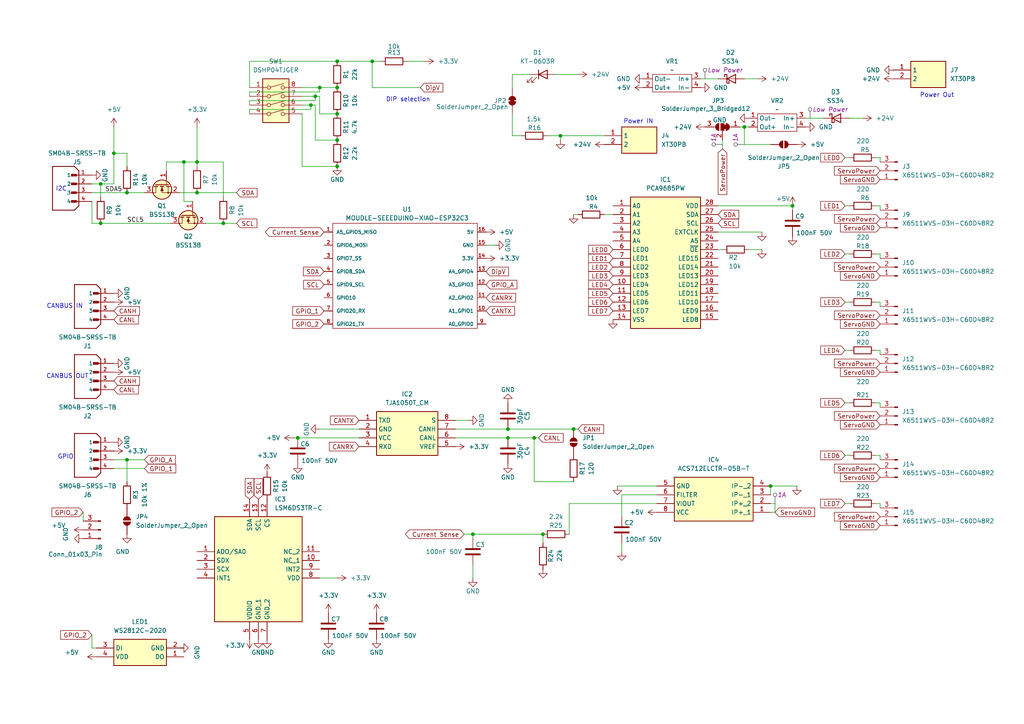
<source format=kicad_sch>
(kicad_sch (version 20231120) (generator "eeschema") (generator_version "8.0")
  (paper "A4")
  (junction (at 154.94 127))
  (junction (at 29.21 64.77))
  (junction (at 57.15 55.88))
  (junction (at 64.77 64.77))
  (junction (at 53.34 46.99))
  (junction (at 97.79 25.4))
  (junction (at 97.79 33.02))
  (junction (at 90.17 30.48))
  (junction (at 223.52 140.97))
  (junction (at 147.32 127))
  (junction (at 97.79 17.78))
  (junction (at 137.16 154.94))
  (junction (at 33.02 44.45))
  (junction (at 86.36 127))
  (junction (at 166.37 124.46))
  (junction (at 97.79 48.26))
  (junction (at 29.21 53.34))
  (junction (at 215.9 36.83))
  (junction (at 36.83 133.35))
  (junction (at 147.32 124.46))
  (junction (at 92.71 25.4))
  (junction (at 91.44 27.94))
  (junction (at 229.87 59.69))
  (junction (at 36.83 55.88))
  (junction (at 57.15 46.99))
  (junction (at 162.56 39.37))
  (junction (at 107.95 17.78))
  (junction (at 97.79 40.64))
  (junction (at 157.48 154.94))
  (wire (pts (xy 255.27 101.6) (xy 255.27 102.87)))
  (wire (pts (xy 97.79 167.64) (xy 92.71 167.64)))
  (wire (pts (xy 224.79 148.59) (xy 224.79 146.05)))
  (wire (pts (xy 137.16 167.64) (xy 137.16 163.83)))
  (wire (pts (xy 255.27 146.05) (xy 255.27 147.32)))
  (wire (pts (xy 255.27 45.72) (xy 255.27 46.99)))
  (wire (pts (xy 231.14 140.97) (xy 223.52 140.97)))
  (wire (pts (xy 255.27 116.84) (xy 255.27 118.11)))
  (wire (pts (xy 33.02 53.34) (xy 29.21 53.34)))
  (wire (pts (xy 91.44 27.94) (xy 92.71 27.94)))
  (wire (pts (xy 214.63 36.83) (xy 215.9 36.83)))
  (wire (pts (xy 224.79 146.05) (xy 223.52 146.05)))
  (wire (pts (xy 36.83 44.45) (xy 33.02 44.45)))
  (wire (pts (xy 72.39 17.78) (xy 97.79 17.78)))
  (wire (pts (xy 157.48 157.48) (xy 157.48 154.94)))
  (wire (pts (xy 57.15 36.83) (xy 57.15 46.99)))
  (wire (pts (xy 246.38 146.05) (xy 245.11 146.05)))
  (wire (pts (xy 53.34 58.42) (xy 55.88 58.42)))
  (wire (pts (xy 24.13 148.59) (xy 24.13 151.13)))
  (wire (pts (xy 147.32 124.46) (xy 132.08 124.46)))
  (wire (pts (xy 162.56 39.37) (xy 175.26 39.37)))
  (wire (pts (xy 165.1 146.05) (xy 190.5 146.05)))
  (wire (pts (xy 254 45.72) (xy 255.27 45.72)))
  (wire (pts (xy 68.58 64.77) (xy 64.77 64.77)))
  (wire (pts (xy 208.28 59.69) (xy 229.87 59.69)))
  (wire (pts (xy 33.02 44.45) (xy 33.02 53.34)))
  (wire (pts (xy 41.91 133.35) (xy 36.83 133.35)))
  (wire (pts (xy 118.11 17.78) (xy 123.19 17.78)))
  (wire (pts (xy 134.62 154.94) (xy 137.16 154.94)))
  (wire (pts (xy 91.44 40.64) (xy 97.79 40.64)))
  (wire (pts (xy 229.87 60.96) (xy 229.87 59.69)))
  (wire (pts (xy 154.94 139.7) (xy 154.94 127)))
  (wire (pts (xy 224.79 148.59) (xy 223.52 148.59)))
  (wire (pts (xy 165.1 154.94) (xy 165.1 146.05)))
  (wire (pts (xy 215.9 36.83) (xy 217.17 36.83)))
  (wire (pts (xy 255.27 132.08) (xy 255.27 133.35)))
  (wire (pts (xy 72.39 30.48) (xy 72.39 29.21)))
  (wire (pts (xy 220.98 72.39) (xy 217.17 72.39)))
  (wire (pts (xy 53.34 187.96) (xy 52.07 187.96)))
  (wire (pts (xy 137.16 154.94) (xy 157.48 154.94)))
  (wire (pts (xy 92.71 27.94) (xy 92.71 33.02)))
  (wire (pts (xy 209.55 43.18) (xy 209.55 40.64)))
  (wire (pts (xy 220.98 67.31) (xy 208.28 67.31)))
  (wire (pts (xy 208.28 22.86) (xy 203.2 22.86)))
  (wire (pts (xy 246.38 59.69) (xy 245.11 59.69)))
  (wire (pts (xy 107.95 17.78) (xy 107.95 25.4)))
  (wire (pts (xy 36.83 133.35) (xy 33.02 133.35)))
  (wire (pts (xy 72.39 33.02) (xy 72.39 31.75)))
  (wire (pts (xy 59.69 64.77) (xy 64.77 64.77)))
  (wire (pts (xy 72.39 31.75) (xy 90.17 31.75)))
  (wire (pts (xy 53.34 46.99) (xy 57.15 46.99)))
  (wire (pts (xy 26.67 187.96) (xy 27.94 187.96)))
  (wire (pts (xy 29.21 53.34) (xy 29.21 57.15)))
  (wire (pts (xy 90.17 30.48) (xy 91.44 30.48)))
  (wire (pts (xy 158.75 39.37) (xy 162.56 39.37)))
  (wire (pts (xy 36.83 133.35) (xy 36.83 139.7)))
  (wire (pts (xy 151.13 39.37) (xy 148.59 39.37)))
  (wire (pts (xy 72.39 26.67) (xy 92.71 26.67)))
  (wire (pts (xy 238.76 34.29) (xy 233.68 34.29)))
  (wire (pts (xy 87.63 25.4) (xy 92.71 25.4)))
  (wire (pts (xy 255.27 87.63) (xy 255.27 88.9)))
  (wire (pts (xy 26.67 55.88) (xy 36.83 55.88)))
  (wire (pts (xy 97.79 17.78) (xy 107.95 17.78)))
  (wire (pts (xy 254 87.63) (xy 255.27 87.63)))
  (wire (pts (xy 48.26 46.99) (xy 53.34 46.99)))
  (wire (pts (xy 167.64 124.46) (xy 166.37 124.46)))
  (wire (pts (xy 57.15 55.88) (xy 52.07 55.88)))
  (wire (pts (xy 26.67 64.77) (xy 26.67 58.42)))
  (wire (pts (xy 57.15 46.99) (xy 57.15 48.26)))
  (wire (pts (xy 166.37 124.46) (xy 147.32 124.46)))
  (wire (pts (xy 87.63 48.26) (xy 97.79 48.26)))
  (wire (pts (xy 36.83 48.26) (xy 36.83 44.45)))
  (wire (pts (xy 137.16 156.21) (xy 137.16 154.94)))
  (wire (pts (xy 250.19 34.29) (xy 246.38 34.29)))
  (wire (pts (xy 68.58 55.88) (xy 57.15 55.88)))
  (wire (pts (xy 87.63 30.48) (xy 90.17 30.48)))
  (wire (pts (xy 92.71 26.67) (xy 92.71 25.4)))
  (wire (pts (xy 29.21 64.77) (xy 26.67 64.77)))
  (wire (pts (xy 92.71 33.02) (xy 97.79 33.02)))
  (wire (pts (xy 26.67 184.15) (xy 26.67 187.96)))
  (wire (pts (xy 92.71 124.46) (xy 104.14 124.46)))
  (wire (pts (xy 41.91 135.89) (xy 33.02 135.89)))
  (wire (pts (xy 92.71 25.4) (xy 97.79 25.4)))
  (wire (pts (xy 175.26 62.23) (xy 177.8 62.23)))
  (wire (pts (xy 90.17 31.75) (xy 90.17 30.48)))
  (wire (pts (xy 246.38 45.72) (xy 245.11 45.72)))
  (wire (pts (xy 156.21 127) (xy 154.94 127)))
  (wire (pts (xy 246.38 101.6) (xy 245.11 101.6)))
  (wire (pts (xy 91.44 29.21) (xy 91.44 27.94)))
  (wire (pts (xy 107.95 25.4) (xy 121.92 25.4)))
  (wire (pts (xy 87.63 33.02) (xy 87.63 48.26)))
  (wire (pts (xy 255.27 73.66) (xy 255.27 74.93)))
  (wire (pts (xy 166.37 62.23) (xy 167.64 62.23)))
  (wire (pts (xy 254 146.05) (xy 255.27 146.05)))
  (wire (pts (xy 254 73.66) (xy 255.27 73.66)))
  (wire (pts (xy 255.27 59.69) (xy 255.27 60.96)))
  (wire (pts (xy 148.59 39.37) (xy 148.59 33.02)))
  (wire (pts (xy 91.44 30.48) (xy 91.44 40.64)))
  (wire (pts (xy 49.53 64.77) (xy 29.21 64.77)))
  (wire (pts (xy 64.77 46.99) (xy 57.15 46.99)))
  (wire (pts (xy 154.94 127) (xy 147.32 127)))
  (wire (pts (xy 72.39 27.94) (xy 72.39 26.67)))
  (wire (pts (xy 147.32 127) (xy 132.08 127)))
  (wire (pts (xy 179.07 140.97) (xy 190.5 140.97)))
  (wire (pts (xy 148.59 21.59) (xy 148.59 25.4)))
  (wire (pts (xy 162.56 39.37) (xy 162.56 40.64)))
  (wire (pts (xy 85.09 127) (xy 86.36 127)))
  (wire (pts (xy 166.37 139.7) (xy 154.94 139.7)))
  (wire (pts (xy 246.38 73.66) (xy 245.11 73.66)))
  (wire (pts (xy 48.26 49.53) (xy 48.26 46.99)))
  (wire (pts (xy 87.63 27.94) (xy 91.44 27.94)))
  (wire (pts (xy 86.36 127) (xy 104.14 127)))
  (wire (pts (xy 53.34 46.99) (xy 53.34 58.42)))
  (wire (pts (xy 254 116.84) (xy 255.27 116.84)))
  (wire (pts (xy 246.38 116.84) (xy 245.11 116.84)))
  (wire (pts (xy 132.08 121.92) (xy 135.89 121.92)))
  (wire (pts (xy 36.83 55.88) (xy 41.91 55.88)))
  (wire (pts (xy 143.51 71.12) (xy 140.97 71.12)))
  (wire (pts (xy 72.39 29.21) (xy 91.44 29.21)))
  (wire (pts (xy 180.34 143.51) (xy 180.34 149.86)))
  (wire (pts (xy 72.39 25.4) (xy 72.39 17.78)))
  (wire (pts (xy 167.64 21.59) (xy 161.29 21.59)))
  (wire (pts (xy 209.55 72.39) (xy 208.28 72.39)))
  (wire (pts (xy 219.71 22.86) (xy 215.9 22.86)))
  (wire (pts (xy 190.5 143.51) (xy 180.34 143.51)))
  (wire (pts (xy 29.21 53.34) (xy 26.67 53.34)))
  (wire (pts (xy 33.02 36.83) (xy 33.02 44.45)))
  (wire (pts (xy 246.38 132.08) (xy 245.11 132.08)))
  (wire (pts (xy 223.52 140.97) (xy 223.52 143.51)))
  (wire (pts (xy 254 132.08) (xy 255.27 132.08)))
  (wire (pts (xy 254 59.69) (xy 255.27 59.69)))
  (wire (pts (xy 107.95 17.78) (xy 110.49 17.78)))
  (wire (pts (xy 148.59 21.59) (xy 153.67 21.59)))
  (wire (pts (xy 246.38 87.63) (xy 245.11 87.63)))
  (wire (pts (xy 64.77 57.15) (xy 64.77 46.99)))
  (wire (pts (xy 180.34 160.02) (xy 180.34 157.48)))
  (wire (pts (xy 223.52 41.91) (xy 215.9 41.91)))
  (wire (pts (xy 254 101.6) (xy 255.27 101.6)))
  (wire (pts (xy 215.9 41.91) (xy 215.9 36.83)))
  (text "CANBUS OUT" (at 19.558 109.22 0) (effects (font (size 1.27 1.27))))
  (text "GPIO\n" (at 19.05 132.588 0) (effects (font (size 1.27 1.27))))
  (text "Power Out" (at 271.78 27.686 0) (effects (font (size 1.27 1.27))))
  (text "CANBUS IN" (at 18.796 88.9 0) (effects (font (size 1.27 1.27))))
  (text "Power IN\n" (at 185.166 35.306 0) (effects (font (size 1.27 1.27))))
  (text "DIP selection" (at 118.364 28.956 0) (effects (font (size 1.27 1.27))))
  (text "I2C" (at 17.78 54.864 0) (effects (font (size 1.27 1.27))))
  (label "SDA5" (at 30.48 55.88 0))
  (label "SCL5" (at 36.83 64.77 0))
  (global_label "ServoPower" (shape input) (at 255.27 91.44 180) (property "Intersheetrefs" "${INTERSHEET_REFS}" (effects (hide yes))))
  (global_label "ServoGND" (shape input) (at 255.27 138.43 180) (property "Intersheetrefs" "${INTERSHEET_REFS}" (effects (hide yes))))
  (global_label "LED7" (shape input) (at 245.11 146.05 180) (property "Intersheetrefs" "${INTERSHEET_REFS}" (effects (hide yes))))
  (global_label "CANTX" (shape input) (at 104.14 121.92 180) (property "Intersheetrefs" "${INTERSHEET_REFS}" (effects (hide yes))))
  (global_label "SDA" (shape input) (at 72.39 144.78 90) (property "Intersheetrefs" "${INTERSHEET_REFS}" (effects (hide yes))))
  (global_label "GPIO_A" (shape input) (at 140.97 82.55 0) (property "Intersheetrefs" "${INTERSHEET_REFS}" (effects (hide yes))))
  (global_label "ServoPower" (shape input) (at 255.27 120.65 180) (property "Intersheetrefs" "${INTERSHEET_REFS}" (effects (hide yes))))
  (global_label "LED1" (shape input) (at 177.8 74.93 180) (property "Intersheetrefs" "${INTERSHEET_REFS}" (effects (hide yes))))
  (global_label "GPIO_A" (shape input) (at 41.91 133.35 0) (property "Intersheetrefs" "${INTERSHEET_REFS}" (effects (hide yes))))
  (global_label "LED4" (shape input) (at 245.11 101.6 180) (property "Intersheetrefs" "${INTERSHEET_REFS}" (effects (hide yes))))
  (global_label "ServoPower" (shape input) (at 255.27 63.5 180) (property "Intersheetrefs" "${INTERSHEET_REFS}" (effects (hide yes))))
  (global_label "ServoPower" (shape input) (at 255.27 135.89 180) (property "Intersheetrefs" "${INTERSHEET_REFS}" (effects (hide yes))))
  (global_label "ServoPower" (shape input) (at 255.27 77.47 180) (property "Intersheetrefs" "${INTERSHEET_REFS}" (effects (hide yes))))
  (global_label "ServoGND" (shape input) (at 255.27 93.98 180) (property "Intersheetrefs" "${INTERSHEET_REFS}" (effects (hide yes))))
  (global_label "LED6" (shape input) (at 245.11 132.08 180) (property "Intersheetrefs" "${INTERSHEET_REFS}" (effects (hide yes))))
  (global_label "CANRX" (shape input) (at 104.14 129.54 180) (property "Intersheetrefs" "${INTERSHEET_REFS}" (effects (hide yes))))
  (global_label "ServoGND" (shape input) (at 255.27 52.07 180) (property "Intersheetrefs" "${INTERSHEET_REFS}" (effects (hide yes))))
  (global_label "ServoGND" (shape input) (at 255.27 152.4 180) (property "Intersheetrefs" "${INTERSHEET_REFS}" (effects (hide yes))))
  (global_label "CANH" (shape input) (at 33.02 110.49 0) (property "Intersheetrefs" "${INTERSHEET_REFS}" (effects (hide yes))))
  (global_label "SCL" (shape input) (at 208.28 64.77 0) (property "Intersheetrefs" "${INTERSHEET_REFS}" (effects (hide yes))))
  (global_label "ServoGND" (shape input) (at 255.27 123.19 180) (property "Intersheetrefs" "${INTERSHEET_REFS}" (effects (hide yes))))
  (global_label "ServoPower" (shape input) (at 255.27 105.41 180) (property "Intersheetrefs" "${INTERSHEET_REFS}" (effects (hide yes))))
  (global_label "GPIO_1" (shape input) (at 93.98 90.17 180) (property "Intersheetrefs" "${INTERSHEET_REFS}" (effects (hide yes))))
  (global_label "GPIO_2" (shape input) (at 24.13 148.59 180) (property "Intersheetrefs" "${INTERSHEET_REFS}" (effects (hide yes))))
  (global_label "LED1" (shape input) (at 245.11 59.69 180) (property "Intersheetrefs" "${INTERSHEET_REFS}" (effects (hide yes))))
  (global_label "DipV" (shape input) (at 121.92 25.4 0) (property "Intersheetrefs" "${INTERSHEET_REFS}" (effects (hide yes))))
  (global_label "CANL" (shape input) (at 156.21 127 0) (property "Intersheetrefs" "${INTERSHEET_REFS}" (effects (hide yes))))
  (global_label "SCL" (shape input) (at 68.58 64.77 0) (property "Intersheetrefs" "${INTERSHEET_REFS}" (effects (hide yes))))
  (global_label "ServoGND" (shape input) (at 255.27 107.95 180) (property "Intersheetrefs" "${INTERSHEET_REFS}" (effects (hide yes))))
  (global_label "ServoPower" (shape input) (at 255.27 49.53 180) (property "Intersheetrefs" "${INTERSHEET_REFS}" (effects (hide yes))))
  (global_label "LED0" (shape input) (at 245.11 45.72 180) (property "Intersheetrefs" "${INTERSHEET_REFS}" (effects (hide yes))))
  (global_label "CANRX" (shape input) (at 140.97 86.36 0) (property "Intersheetrefs" "${INTERSHEET_REFS}" (effects (hide yes))))
  (global_label "SDA" (shape input) (at 208.28 62.23 0) (property "Intersheetrefs" "${INTERSHEET_REFS}" (effects (hide yes))))
  (global_label "ServoPower" (shape input) (at 255.27 149.86 180) (property "Intersheetrefs" "${INTERSHEET_REFS}" (effects (hide yes))))
  (global_label "LED0" (shape input) (at 177.8 72.39 180) (property "Intersheetrefs" "${INTERSHEET_REFS}" (effects (hide yes))))
  (global_label "Current Sense" (shape bidirectional) (at 93.98 67.31 180) (property "Intersheetrefs" "${INTERSHEET_REFS}" (effects (hide yes))))
  (global_label "CANH" (shape input) (at 33.02 90.17 0) (property "Intersheetrefs" "${INTERSHEET_REFS}" (effects (hide yes))))
  (global_label "Current Sense" (shape bidirectional) (at 134.62 154.94 180) (property "Intersheetrefs" "${INTERSHEET_REFS}" (effects (hide yes))))
  (global_label "CANL" (shape input) (at 33.02 113.03 0) (property "Intersheetrefs" "${INTERSHEET_REFS}" (effects (hide yes))))
  (global_label "LED5" (shape input) (at 245.11 116.84 180) (property "Intersheetrefs" "${INTERSHEET_REFS}" (effects (hide yes))))
  (global_label "CANH" (shape input) (at 167.64 124.46 0) (property "Intersheetrefs" "${INTERSHEET_REFS}" (effects (hide yes))))
  (global_label "LED4" (shape input) (at 177.8 82.55 180) (property "Intersheetrefs" "${INTERSHEET_REFS}" (effects (hide yes))))
  (global_label "ServoPower" (shape input) (at 209.55 43.18 270) (property "Intersheetrefs" "${INTERSHEET_REFS}" (effects (hide yes))))
  (global_label "ServoGND" (shape input) (at 255.27 80.01 180) (property "Intersheetrefs" "${INTERSHEET_REFS}" (effects (hide yes))))
  (global_label "GPIO_2" (shape input) (at 93.98 93.98 180) (property "Intersheetrefs" "${INTERSHEET_REFS}" (effects (hide yes))))
  (global_label "LED6" (shape input) (at 177.8 87.63 180) (property "Intersheetrefs" "${INTERSHEET_REFS}" (effects (hide yes))))
  (global_label "GPIO_1" (shape input) (at 41.91 135.89 0) (property "Intersheetrefs" "${INTERSHEET_REFS}" (effects (hide yes))))
  (global_label "LED3" (shape input) (at 177.8 80.01 180) (property "Intersheetrefs" "${INTERSHEET_REFS}" (effects (hide yes))))
  (global_label "CANL" (shape input) (at 33.02 92.71 0) (property "Intersheetrefs" "${INTERSHEET_REFS}" (effects (hide yes))))
  (global_label "SDA" (shape input) (at 93.98 78.74 180) (property "Intersheetrefs" "${INTERSHEET_REFS}" (effects (hide yes))))
  (global_label "LED7" (shape input) (at 177.8 90.17 180) (property "Intersheetrefs" "${INTERSHEET_REFS}" (effects (hide yes))))
  (global_label "DipV" (shape input) (at 140.97 78.74 0) (property "Intersheetrefs" "${INTERSHEET_REFS}" (effects (hide yes))))
  (global_label "LED2" (shape input) (at 245.11 73.66 180) (property "Intersheetrefs" "${INTERSHEET_REFS}" (effects (hide yes))))
  (global_label "LED2" (shape input) (at 177.8 77.47 180) (property "Intersheetrefs" "${INTERSHEET_REFS}" (effects (hide yes))))
  (global_label "SCL" (shape input) (at 74.93 144.78 90) (property "Intersheetrefs" "${INTERSHEET_REFS}" (effects (hide yes))))
  (global_label "SCL" (shape input) (at 93.98 82.55 180) (property "Intersheetrefs" "${INTERSHEET_REFS}" (effects (hide yes))))
  (global_label "SDA" (shape input) (at 68.58 55.88 0) (property "Intersheetrefs" "${INTERSHEET_REFS}" (effects (hide yes))))
  (global_label "ServoGND" (shape input) (at 224.79 148.59 0) (property "Intersheetrefs" "${INTERSHEET_REFS}" (effects (hide yes))))
  (global_label "LED5" (shape input) (at 177.8 85.09 180) (property "Intersheetrefs" "${INTERSHEET_REFS}" (effects (hide yes))))
  (global_label "LED3" (shape input) (at 245.11 87.63 180) (property "Intersheetrefs" "${INTERSHEET_REFS}" (effects (hide yes))))
  (global_label "ServoGND" (shape input) (at 255.27 66.04 180) (property "Intersheetrefs" "${INTERSHEET_REFS}" (effects (hide yes))))
  (global_label "GPIO_2" (shape input) (at 26.67 184.15 180) (property "Intersheetrefs" "${INTERSHEET_REFS}" (effects (hide yes))))
  (global_label "CANTX" (shape input) (at 140.97 90.17 0) (property "Intersheetrefs" "${INTERSHEET_REFS}" (effects (hide yes))))
  (netclass_flag "" (length 2.54) (shape round) (at 204.47 22.86 0) (property "Netclass" "Low Power" (at 205.1685 20.32 0) (effects (font (italic yes)) (justify left))))
  (netclass_flag "" (length 2.54) (shape round) (at 234.95 34.29 0) (property "Netclass" "Low Power" (at 235.6485 31.75 0) (effects (font (italic yes)) (justify left))))
  (netclass_flag "" (length 2.54) (shape round) (at 215.9 41.91 90) (property "Netclass" "1A" (at 213.36 41.2115 90) (effects (font (italic yes)) (justify left))))
  (netclass_flag "" (length 2.54) (shape round) (at 209.55 41.91 90) (property "Netclass" "1A" (at 207.01 41.2115 90) (effects (font (italic yes)) (justify left))))
  (netclass_flag "" (length 2.54) (shape round) (at 224.79 146.05 0) (property "Netclass" "1A" (at 225.4885 143.51 0) (effects (font (italic yes)) (justify left))))
  (symbol (lib_id "Device:R") (at 157.48 161.29 0) (mirror y) (unit 1)
    (property "Reference" "R24" (at 159.766 159.258 90) (effects (justify right)))
    (property "Value" "22k" (at 162.306 159.258 90) (effects (justify right)))
    (property "Footprint" "Resistor_SMD:R_0402_1005Metric" (effects (hide yes)))
  )
  (symbol (lib_id "Connector:Conn_01x03_Pin") (at 29.21 153.67 180) (unit 1)
    (property "Reference" "J8" (at 28.575 158.75 0))
    (property "Value" "Conn_01x03_Pin" (at 21.844 160.782 0))
    (property "Footprint" "Connector_PinHeader_2.54mm:PinHeader_1x03_P2.54mm_Vertical" (effects (hide yes)))
    (property "Description" "Generic connector, single row, 01x03, script generated" (effects (hide yes)))
  )
  (symbol (lib_id "power:GND") (at 220.98 72.39 0) (unit 1)
    (property "Reference" "#PWR012" (effects (hide yes)))
    (property "Value" "GND" (effects (hide yes)))
  )
  (symbol (lib_id "power:GND") (at 77.47 185.42 0) (unit 1)
    (property "Reference" "#PWR036" (effects (hide yes)))
    (property "Value" "GND" (at 77.47 189.23 0))
  )
  (symbol (lib_id "power:GND") (at 162.56 40.64 0) (unit 1)
    (property "Reference" "#PWR011" (effects (hide yes)))
    (property "Value" "GND" (effects (hide yes)))
  )
  (symbol (lib_id "power:+5V") (at 85.09 127 90) (unit 1)
    (property "Reference" "#PWR015" (effects (hide yes)))
    (property "Value" "+5V" (at 81.28 126.9999 90) (effects (justify left)))
    (property "Description" "Power symbol creates a global label with name \"+5V\"" (effects (hide yes)))
  )
  (symbol (lib_id "Device:R") (at 250.19 146.05 270) (unit 1)
    (property "Reference" "R23" (at 252.222 143.764 90) (effects (justify right)))
    (property "Value" "220" (at 252.222 141.224 90) (effects (justify right)))
    (property "Footprint" "Resistor_SMD:R_0402_1005Metric" (effects (hide yes)))
  )
  (symbol (lib_id "power:GND") (at 95.25 185.42 0) (unit 1)
    (property "Reference" "#PWR041" (effects (hide yes)))
    (property "Value" "GND" (at 95.25 189.23 0))
  )
  (symbol (lib_id "Device:C") (at 180.34 153.67 0) (unit 1)
    (property "Reference" "C2" (at 181.102 151.638 0) (effects (justify left)))
    (property "Value" "100nF 50V" (at 181.356 156.464 0) (effects (justify left)))
    (property "Footprint" "Capacitor_SMD:C_0402_1005Metric" (effects (hide yes)))
    (property "Description" "Unpolarized capacitor" (effects (hide yes)))
  )
  (symbol (lib_id "SamacSys_Parts:XT30PB") (at 259.08 20.32 0) (unit 1) (in_bom no)
    (property "Reference" "J7" (at 275.59 20.3199 0) (effects (justify left)))
    (property "Value" "XT30PB" (at 275.59 22.8599 0) (effects (justify left)))
    (property "Footprint" "JST_Sorted:XT30PB" (effects (hide yes)))
    (property "Datasheet" "https://www.tme.eu/Document/4acc913878197f8c2e30d4b8cdc47230/XT30UPB%20SPEC.pdf" (effects (hide yes)))
    (property "Description" "Mini XT60 XT30 Connector for RC Multirotor Racing Drone Quadcopter" (effects (hide yes)))
    (property "Height" "10.7" (effects (hide yes)))
    (property "Manufacturer_Name" "Amass" (effects (hide yes)))
    (property "Manufacturer_Part_Number" "XT30PB" (effects (hide yes)))
  )
  (symbol (lib_id "Device:R") (at 29.21 60.96 180) (unit 1)
    (property "Reference" "R9" (at 31.75 60.96 90))
    (property "Value" "10k" (at 34.29 60.96 90))
    (property "Footprint" "Resistor_SMD:R_0402_1005Metric" (effects (hide yes)))
  )
  (symbol (lib_id "power:GND") (at 33.02 85.09 90) (unit 1)
    (property "Reference" "#PWR02" (effects (hide yes)))
    (property "Value" "GND" (at 36.83 85.09 0))
  )
  (symbol (lib_id "Device:R") (at 250.19 132.08 270) (unit 1)
    (property "Reference" "R22" (at 252.222 129.794 90) (effects (justify right)))
    (property "Value" "220" (at 252.222 127.254 90) (effects (justify right)))
    (property "Footprint" "Resistor_SMD:R_0402_1005Metric" (effects (hide yes)))
  )
  (symbol (lib_id "power:GND") (at 179.07 140.97 0) (unit 1)
    (property "Reference" "#PWR051" (effects (hide yes)))
    (property "Value" "GND" (effects (hide yes)))
  )
  (symbol (lib_id "Device:R") (at 166.37 135.89 180) (unit 1)
    (property "Reference" "R17" (at 168.91 135.89 90))
    (property "Value" "120" (at 171.45 135.89 90))
    (property "Footprint" "Resistor_SMD:R_0402_1005Metric" (effects (hide yes)))
  )
  (symbol (lib_id "Device:C") (at 109.22 181.61 0) (unit 1)
    (property "Reference" "C8" (at 109.982 179.578 0) (effects (justify left)))
    (property "Value" "100nF 50V" (at 110.236 184.404 0) (effects (justify left)))
    (property "Footprint" "Capacitor_SMD:C_0402_1005Metric" (effects (hide yes)))
    (property "Description" "Unpolarized capacitor" (effects (hide yes)))
  )
  (symbol (lib_id "Device:C") (at 86.36 130.81 0) (unit 1)
    (property "Reference" "C6" (at 87.122 128.778 0) (effects (justify left)))
    (property "Value" "100nF 50V" (at 87.376 133.604 0) (effects (justify left)))
    (property "Footprint" "Capacitor_SMD:C_0402_1005Metric" (effects (hide yes)))
    (property "Description" "Unpolarized capacitor" (effects (hide yes)))
  )
  (symbol (lib_id "Device:C") (at 95.25 181.61 0) (unit 1)
    (property "Reference" "C7" (at 96.012 179.578 0) (effects (justify left)))
    (property "Value" "100nF 50V" (at 96.266 184.404 0) (effects (justify left)))
    (property "Footprint" "Capacitor_SMD:C_0402_1005Metric" (effects (hide yes)))
    (property "Description" "Unpolarized capacitor" (effects (hide yes)))
  )
  (symbol (lib_id "SamacSys_Parts:PCA9685PW") (at 177.8 59.69 0) (unit 1)
    (property "Reference" "IC1" (at 193.04 52.07 0))
    (property "Value" "PCA9685PW" (at 193.04 54.61 0))
    (property "Footprint" "SOP65P640X110-28N" (effects (hide yes)))
    (property "Datasheet" "https://4donline.ihs.com/images/VipMasterIC/IC/PHGL/PHGL-S-A0000775254/PHGL-S-A0000775254-1.pdf?hkey=EF798316E3902B6ED9A73243A3159BB0" (effects (hide yes)))
    (property "Description" "LED Display Drivers PCA9685PW/TSSOP28///STANDARD MARKING * IC\\'S TUBE -" (effects (hide yes)))
    (property "Height" "1.1" (effects (hide yes)))
    (property "Manufacturer_Name" "NXP" (effects (hide yes)))
    (property "Manufacturer_Part_Number" "PCA9685PW" (effects (hide yes)))
    (property "Mouser Part Number" "N/A" (effects (hide yes)))
    (property "Mouser Price/Stock" "https://www.mouser.co.uk/ProductDetail/NXP-Semiconductors/PCA9685PW/?qs=wXXwzvj5w%252BEzwvjqh1LFVQ%3D%3D" (effects (hide yes)))
  )
  (symbol (lib_id "Device:R") (at 97.79 21.59 180) (unit 1)
    (property "Reference" "R1" (at 100.33 21.59 90))
    (property "Value" "22k" (at 102.87 21.59 90))
    (property "Footprint" "Resistor_SMD:R_0402_1005Metric" (effects (hide yes)))
  )
  (symbol (lib_id "Device:R") (at 114.3 17.78 270) (unit 1)
    (property "Reference" "R13" (at 114.3 15.24 90))
    (property "Value" "10k" (at 114.3 13.462 90))
    (property "Footprint" "Resistor_SMD:R_0402_1005Metric" (effects (hide yes)))
  )
  (symbol (lib_id "power:GND") (at 24.13 156.21 270) (unit 1)
    (property "Reference" "#PWR031" (effects (hide yes)))
    (property "Value" "GND" (at 19.05 154.94 0))
  )
  (symbol (lib_id "SamacSys_Parts:B4B-XH-A_LF__SN_") (at 19.05 53.34 0) (mirror y) (unit 1)
    (property "Reference" "J5" (at 22.352 46.99 0))
    (property "Value" "SM04B-SRSS-TB" (at 22.352 44.45 0))
    (property "Footprint" "Connector_JST:JST_SH_SM04B-SRSS-TB_1x04-1MP_P1.00mm_Horizontal" (effects (hide yes)))
    (property "Description" "JST 4 Pin" (effects (hide yes)))
  )
  (symbol (lib_id "power:GND") (at 135.89 121.92 90) (unit 1)
    (property "Reference" "#PWR019" (effects (hide yes)))
    (property "Value" "GND" (at 139.7 121.92 0))
  )
  (symbol (lib_id "power:+24V") (at 175.26 41.91 90) (unit 1)
    (property "Reference" "#PWR010" (effects (hide yes)))
    (property "Value" "+24V" (at 171.45 41.91 90) (effects (justify left)))
  )
  (symbol (lib_id "Jumper:SolderJumper_3_Bridged12") (at 209.55 36.83 0) (mirror y) (unit 1) (exclude_from_sim yes) (in_bom no)
    (property "Reference" "JP3" (at 208.28 29.21 0))
    (property "Value" "SolderJumper_3_Bridged12" (at 204.724 31.496 0))
    (property "Footprint" "Jumper:SolderJumper-3_P1.3mm_Bridged2Bar12_RoundedPad1.0x1.5mm" (effects (hide yes)))
    (property "Description" "3-pole Solder Jumper, pins 1+2 closed/bridged" (effects (hide yes)))
  )
  (symbol (lib_id "power:GND") (at 26.67 50.8 90) (unit 1)
    (property "Reference" "#PWR05" (effects (hide yes)))
    (property "Value" "GND" (at 30.48 50.8 0))
  )
  (symbol (lib_id "power:+24V") (at 167.64 21.59 270) (unit 1)
    (property "Reference" "#PWR021" (effects (hide yes)))
    (property "Value" "+24V" (at 171.45 21.5899 90) (effects (justify left)))
  )
  (symbol (lib_id "power:GND") (at 109.22 185.42 0) (unit 1)
    (property "Reference" "#PWR044" (effects (hide yes)))
    (property "Value" "GND" (at 109.22 189.23 0))
  )
  (symbol (lib_id "Device:C") (at 137.16 160.02 0) (unit 1)
    (property "Reference" "C3" (at 137.922 157.988 0) (effects (justify left)))
    (property "Value" "100nF 50V" (at 123.444 160.02 0) (effects (justify left)))
    (property "Footprint" "Capacitor_SMD:C_0402_1005Metric" (effects (hide yes)))
    (property "Description" "Unpolarized capacitor" (effects (hide yes)))
  )
  (symbol (lib_id "power:+3.3V") (at 72.39 185.42 180) (unit 1)
    (property "Reference" "#PWR039" (effects (hide yes)))
    (property "Value" "+3.3V" (at 68.072 187.198 0))
    (property "Description" "Power symbol creates a global label with name \"+3.3V\"" (effects (hide yes)))
  )
  (symbol (lib_id "Device:R") (at 250.19 45.72 270) (unit 1)
    (property "Reference" "R5" (at 252.222 43.434 90) (effects (justify right)))
    (property "Value" "220" (at 252.222 40.894 90) (effects (justify right)))
    (property "Footprint" "Resistor_SMD:R_0402_1005Metric" (effects (hide yes)))
  )
  (symbol (lib_id "Device:R") (at 250.19 87.63 270) (unit 1)
    (property "Reference" "R19" (at 252.222 85.344 90) (effects (justify right)))
    (property "Value" "220" (at 252.222 82.804 90) (effects (justify right)))
    (property "Footprint" "Resistor_SMD:R_0402_1005Metric" (effects (hide yes)))
  )
  (symbol (lib_id "power:+24V") (at 219.71 22.86 270) (unit 1)
    (property "Reference" "#PWR033" (effects (hide yes)))
    (property "Value" "+24V" (at 223.52 22.86 90) (effects (justify left)))
  )
  (symbol (lib_id "Connector:Conn_01x03_Pin") (at 260.35 63.5 180) (unit 1)
    (property "Reference" "J9" (at 261.62 62.2299 0) (effects (justify right)))
    (property "Value" "X6511WVS-03H-C60D48R2" (at 261.62 64.7699 0) (effects (justify right)))
    (property "Footprint" "Connector_PinHeader_2.54mm:PinHeader_1x03_P2.54mm_Vertical_SMD_Pin1Right" (effects (hide yes)))
    (property "Description" "Generic connector, single row, 01x03, script generated" (effects (hide yes)))
  )
  (symbol (lib_id "power:GND") (at 143.51 71.12 90) (unit 1)
    (property "Reference" "#PWR09" (effects (hide yes)))
    (property "Value" "GND" (at 147.32 71.12 0))
  )
  (symbol (lib_id "power:+3.3V") (at 97.79 167.64 270) (unit 1)
    (property "Reference" "#PWR038" (effects (hide yes)))
    (property "Value" "+3.3V" (at 101.6 167.6399 90) (effects (justify left)))
    (property "Description" "Power symbol creates a global label with name \"+3.3V\"" (effects (hide yes)))
  )
  (symbol (lib_id "power:+5V") (at 186.69 25.4 90) (unit 1)
    (property "Reference" "#PWR035" (effects (hide yes)))
    (property "Value" "+5V" (at 182.88 25.3999 90) (effects (justify left)))
    (property "Description" "Power symbol creates a global label with name \"+5V\"" (effects (hide yes)))
  )
  (symbol (lib_id "power:GND") (at 97.79 48.26 0) (unit 1)
    (property "Reference" "#PWR08" (effects (hide yes)))
    (property "Value" "GND" (at 97.79 52.07 0))
  )
  (symbol (lib_id "power:+5V") (at 24.13 153.67 90) (unit 1)
    (property "Reference" "#PWR030" (effects (hide yes)))
    (property "Value" "+5V" (at 19.05 152.4001 90) (effects (justify left)))
    (property "Description" "Power symbol creates a global label with name \"+5V\"" (effects (hide yes)))
  )
  (symbol (lib_id "power:+5V") (at 33.02 36.83 0) (unit 1)
    (property "Reference" "#PWR01" (effects (hide yes)))
    (property "Value" "+5V" (at 33.02 31.75 0))
    (property "Description" "Power symbol creates a global label with name \"+5V\"" (effects (hide yes)))
  )
  (symbol (lib_id "power:+3.3V") (at 140.97 74.93 270) (unit 1)
    (property "Reference" "#PWR04" (effects (hide yes)))
    (property "Value" "+3.3V" (at 144.78 74.9299 90) (effects (justify left)))
    (property "Description" "Power symbol creates a global label with name \"+3.3V\"" (effects (hide yes)))
  )
  (symbol (lib_id "power:+3.3V") (at 95.25 177.8 0) (unit 1)
    (property "Reference" "#PWR040" (effects (hide yes)))
    (property "Value" "+3.3V" (at 95.25 172.72 0))
    (property "Description" "Power symbol creates a global label with name \"+3.3V\"" (effects (hide yes)))
  )
  (symbol (lib_id "SamacSys_Parts:ACS712ELCTR-05B-T") (at 223.52 148.59 180) (unit 1)
    (property "Reference" "IC4" (at 207.01 133.35 0))
    (property "Value" "ACS712ELCTR-05B-T" (at 207.01 135.89 0))
    (property "Footprint" "SOIC127P600X175-8N" (effects (hide yes)))
    (property "Datasheet" "https://www.allegromicro.com/~/media/Files/Datasheets/ACS712-Datasheet.ashx" (effects (hide yes)))
    (property "Description" "SENSOR CURRENT HALL 5A AC/DC" (effects (hide yes)))
    (property "Height" "1.75" (effects (hide yes)))
    (property "Manufacturer_Name" "Sharp Microelectronics" (effects (hide yes)))
    (property "Manufacturer_Part_Number" "ACS712ELCTR-05B-T" (effects (hide yes)))
  )
  (symbol (lib_id "Switch:SW_DIP_x04") (at 80.01 30.48 0) (unit 1)
    (property "Reference" "SW1" (at 80.01 17.78 0))
    (property "Value" "DSHP04TJGER" (at 80.01 20.32 0))
    (property "Footprint" "Button_Switch_SMD:SW_DIP_SPSTx04_Slide_Copal_CHS-04A_W5.08mm_P1.27mm_JPin" (effects (hide yes)))
    (property "Description" "4x DIP Switch, Single Pole Single Throw (SPST) switch, small symbol" (effects (hide yes)))
  )
  (symbol (lib_id "Jumper:SolderJumper_2_Bridged") (at 148.59 29.21 90) (unit 1) (exclude_from_sim yes) (in_bom no)
    (property "Reference" "JP2" (at 143.256 29.21 90) (effects (justify right)))
    (property "Value" "SolderJumper_2_Open" (at 126.492 30.988 90) (effects (justify right)))
    (property "Footprint" "CutomParts:Jumper Connected 2 Pin Small" (effects (hide yes)))
    (property "Description" "Solder Jumper, 2-pole, closed/bridged" (effects (hide yes)))
  )
  (symbol (lib_id "Device:C") (at 147.32 120.65 180) (unit 1)
    (property "Reference" "C5" (at 152.908 120.65 90))
    (property "Value" "30pF" (at 150.876 120.65 90))
    (property "Footprint" "Capacitor_SMD:C_0402_1005Metric" (effects (hide yes)))
    (property "Description" "Unpolarized capacitor" (effects (hide yes)))
  )
  (symbol (lib_id "power:+24V") (at 204.47 36.83 90) (unit 1)
    (property "Reference" "#PWR060" (effects (hide yes)))
    (property "Value" "+24V" (at 200.66 36.8299 90) (effects (justify left)))
  )
  (symbol (lib_id "Device:R") (at 77.47 140.97 180) (unit 1)
    (property "Reference" "R15" (at 80.01 140.97 90))
    (property "Value" "10k" (at 82.55 140.97 90))
    (property "Footprint" "Resistor_SMD:R_0402_1005Metric" (effects (hide yes)))
  )
  (symbol (lib_id "Device:R") (at 250.19 101.6 270) (unit 1)
    (property "Reference" "R20" (at 252.222 99.314 90) (effects (justify right)))
    (property "Value" "220" (at 252.222 96.774 90) (effects (justify right)))
    (property "Footprint" "Resistor_SMD:R_0402_1005Metric" (effects (hide yes)))
  )
  (symbol (lib_id "Device:R") (at 97.79 29.21 180) (unit 1)
    (property "Reference" "R10" (at 100.33 29.21 90))
    (property "Value" "10k" (at 102.87 29.21 90))
    (property "Footprint" "Resistor_SMD:R_0402_1005Metric" (effects (hide yes)))
  )
  (symbol (lib_id "power:+5V") (at 33.02 107.95 270) (unit 1)
    (property "Reference" "#PWR022" (effects (hide yes)))
    (property "Value" "+5V" (at 36.83 107.9499 90) (effects (justify left)))
    (property "Description" "Power symbol creates a global label with name \"+5V\"" (effects (hide yes)))
  )
  (symbol (lib_id "power:+3.3V") (at 109.22 177.8 0) (unit 1)
    (property "Reference" "#PWR043" (effects (hide yes)))
    (property "Value" "+3.3V" (at 109.22 172.72 0))
    (property "Description" "Power symbol creates a global label with name \"+3.3V\"" (effects (hide yes)))
  )
  (symbol (lib_id "Device:R") (at 154.94 39.37 270) (unit 1)
    (property "Reference" "R16" (at 156.972 37.084 90) (effects (justify right)))
    (property "Value" "1.5k" (at 156.972 34.544 90) (effects (justify right)))
    (property "Footprint" "Resistor_SMD:R_0402_1005Metric" (effects (hide yes)))
  )
  (symbol (lib_id "Personal:Reg_Board") (at 224.79 35.56 0) (unit 1) (in_bom no)
    (property "Reference" "VR2" (at 225.425 29.21 0))
    (property "Value" "~" (at 225.425 31.75 0))
    (property "Footprint" "Library:EY9 reg board" (effects (hide yes)))
  )
  (symbol (lib_id "power:GND") (at 36.83 154.94 0) (unit 1)
    (property "Reference" "#PWR03" (effects (hide yes)))
    (property "Value" "GND" (at 35.56 160.02 0))
  )
  (symbol (lib_id "Device:R") (at 171.45 62.23 270) (unit 1)
    (property "Reference" "R4" (at 173.482 59.944 90) (effects (justify right)))
    (property "Value" "10k" (at 173.482 57.404 90) (effects (justify right)))
    (property "Footprint" "Resistor_SMD:R_0402_1005Metric" (effects (hide yes)))
  )
  (symbol (lib_id "Connector:Conn_01x03_Pin") (at 260.35 77.47 180) (unit 1)
    (property "Reference" "J10" (at 261.62 76.1999 0) (effects (justify right)))
    (property "Value" "X6511WVS-03H-C60D48R2" (at 261.62 78.7399 0) (effects (justify right)))
    (property "Footprint" "Connector_PinHeader_2.54mm:PinHeader_1x03_P2.54mm_Vertical_SMD_Pin1Right" (effects (hide yes)))
    (property "Description" "Generic connector, single row, 01x03, script generated" (effects (hide yes)))
  )
  (symbol (lib_id "power:GND") (at 229.87 68.58 0) (unit 1)
    (property "Reference" "#PWR048" (effects (hide yes)))
    (property "Value" "GND" (effects (hide yes)))
  )
  (symbol (lib_id "Device:R") (at 250.19 73.66 270) (unit 1)
    (property "Reference" "R18" (at 252.222 71.374 90) (effects (justify right)))
    (property "Value" "220" (at 252.222 68.834 90) (effects (justify right)))
    (property "Footprint" "Resistor_SMD:R_0402_1005Metric" (effects (hide yes)))
  )
  (symbol (lib_id "Personal:Reg_Board") (at 194.31 24.13 0) (unit 1) (in_bom no)
    (property "Reference" "VR1" (at 194.945 17.78 0))
    (property "Value" "~" (at 194.945 20.32 0))
    (property "Footprint" "Library:EY9 reg board" (effects (hide yes)))
  )
  (symbol (lib_id "power:+5V") (at 27.94 190.5 90) (unit 1)
    (property "Reference" "#PWR045" (effects (hide yes)))
    (property "Value" "+5V" (at 22.86 189.2301 90) (effects (justify left)))
    (property "Description" "Power symbol creates a global label with name \"+5V\"" (effects (hide yes)))
  )
  (symbol (lib_id "SamacSys_Parts:XT30PB") (at 175.26 39.37 0) (unit 1) (in_bom no)
    (property "Reference" "J4" (at 191.77 39.3699 0) (effects (justify left)))
    (property "Value" "XT30PB" (at 191.77 41.9099 0) (effects (justify left)))
    (property "Footprint" "Library:Xt30 Horizontal" (effects (hide yes)))
    (property "Datasheet" "https://www.tme.eu/Document/4acc913878197f8c2e30d4b8cdc47230/XT30UPB%20SPEC.pdf" (effects (hide yes)))
    (property "Description" "Mini XT60 XT30 Connector for RC Multirotor Racing Drone Quadcopter" (effects (hide yes)))
    (property "Height" "10.7" (effects (hide yes)))
    (property "Manufacturer_Name" "Amass" (effects (hide yes)))
    (property "Manufacturer_Part_Number" "XT30PB" (effects (hide yes)))
  )
  (symbol (lib_id "power:+5V") (at 33.02 87.63 270) (unit 1)
    (property "Reference" "#PWR016" (effects (hide yes)))
    (property "Value" "+5V" (at 36.83 87.6299 90) (effects (justify left)))
    (property "Description" "Power symbol creates a global label with name \"+5V\"" (effects (hide yes)))
  )
  (symbol (lib_id "SamacSys_Parts:B4B-XH-A_LF__SN_") (at 25.4 107.95 0) (mirror y) (unit 1)
    (property "Reference" "J2" (at 25.4 120.65 0))
    (property "Value" "SM04B-SRSS-TB" (at 25.4 118.11 0))
    (property "Footprint" "Connector_JST:JST_SH_SM04B-SRSS-TB_1x04-1MP_P1.00mm_Horizontal" (effects (hide yes)))
    (property "Description" "JST 4 Pin" (effects (hide yes)))
  )
  (symbol (lib_id "power:GND") (at 33.02 128.27 90) (unit 1)
    (property "Reference" "#PWR026" (effects (hide yes)))
    (property "Value" "GND" (at 36.83 128.27 0))
  )
  (symbol (lib_id "Jumper:SolderJumper_2_Open") (at 36.83 151.13 90) (unit 1) (exclude_from_sim yes) (in_bom no)
    (property "Reference" "JP4" (at 39.37 149.8599 90) (effects (justify right)))
    (property "Value" "SolderJumper_2_Open" (at 39.37 152.3999 90) (effects (justify right)))
    (property "Footprint" "Jumper:SolderJumper-2_P1.3mm_Open_RoundedPad1.0x1.5mm" (effects (hide yes)))
    (property "Description" "Solder Jumper, 2-pole, open" (effects (hide yes)))
  )
  (symbol (lib_id "Device:R") (at 97.79 36.83 180) (unit 1)
    (property "Reference" "R11" (at 100.33 36.83 90))
    (property "Value" "4.7k" (at 102.87 36.83 90))
    (property "Footprint" "Resistor_SMD:R_0402_1005Metric" (effects (hide yes)))
  )
  (symbol (lib_id "power:+3.3V") (at 33.02 130.81 270) (unit 1)
    (property "Reference" "#PWR029" (effects (hide yes)))
    (property "Value" "+3.3V" (at 36.83 130.8099 90) (effects (justify left)))
    (property "Description" "Power symbol creates a global label with name \"+3.3V\"" (effects (hide yes)))
  )
  (symbol (lib_id "SamacSys_Parts:B4B-XH-A_LF__SN_") (at 25.4 87.63 0) (mirror y) (unit 1)
    (property "Reference" "J1" (at 25.4 100.33 0))
    (property "Value" "SM04B-SRSS-TB" (at 25.4 97.79 0))
    (property "Footprint" "Connector_JST:JST_SH_SM04B-SRSS-TB_1x04-1MP_P1.00mm_Horizontal" (effects (hide yes)))
    (property "Description" "JST 4 Pin" (effects (hide yes)))
  )
  (symbol (lib_id "Connector:Conn_01x03_Pin") (at 260.35 149.86 180) (unit 1)
    (property "Reference" "J15" (at 261.62 148.5899 0) (effects (justify right)))
    (property "Value" "X6511WVS-03H-C60D48R2" (at 261.62 151.1299 0) (effects (justify right)))
    (property "Footprint" "Connector_PinHeader_2.54mm:PinHeader_1x03_P2.54mm_Vertical_SMD_Pin1Right" (effects (hide yes)))
    (property "Description" "Generic connector, single row, 01x03, script generated" (effects (hide yes)))
  )
  (symbol (lib_id "power:+5V") (at 229.87 59.69 0) (unit 1)
    (property "Reference" "#PWR047" (effects (hide yes)))
    (property "Value" "+5V" (at 225.044 57.658 0) (effects (justify left)))
    (property "Description" "Power symbol creates a global label with name \"+5V\"" (effects (hide yes)))
  )
  (symbol (lib_id "power:GND") (at 86.36 134.62 0) (unit 1)
    (property "Reference" "#PWR018" (effects (hide yes)))
    (property "Value" "GND" (at 86.36 138.43 0))
  )
  (symbol (lib_id "SamacSys_Parts:WS2812C-2020") (at 27.94 187.96 0) (unit 1)
    (property "Reference" "LED1" (at 40.64 180.34 0))
    (property "Value" "WS2812C-2020" (at 40.64 182.88 0))
    (property "Footprint" "WS2812C2020" (effects (hide yes)))
    (property "Datasheet" "http://www.world-semi.com/DownLoadFile/139" (effects (hide yes)))
    (property "Description" "Intelligent control LED integrated light source" (effects (hide yes)))
    (property "Height" "0.84" (effects (hide yes)))
    (property "Manufacturer_Name" "Worldsemi" (effects (hide yes)))
    (property "Manufacturer_Part_Number" "WS2812C-2020" (effects (hide yes)))
  )
  (symbol (lib_id "power:GND") (at 52.07 187.96 90) (unit 1)
    (property "Reference" "#PWR046" (effects (hide yes)))
    (property "Value" "GND" (at 57.15 189.23 0))
  )
  (symbol (lib_id "Connector:Conn_01x03_Pin") (at 260.35 91.44 180) (unit 1)
    (property "Reference" "J11" (at 261.62 90.1699 0) (effects (justify right)))
    (property "Value" "X6511WVS-03H-C60D48R2" (at 261.62 92.7099 0) (effects (justify right)))
    (property "Footprint" "Connector_PinHeader_2.54mm:PinHeader_1x03_P2.54mm_Vertical_SMD_Pin1Right" (effects (hide yes)))
    (property "Description" "Generic connector, single row, 01x03, script generated" (effects (hide yes)))
  )
  (symbol (lib_id "Device:R") (at 250.19 59.69 270) (unit 1)
    (property "Reference" "R6" (at 252.222 57.404 90) (effects (justify right)))
    (property "Value" "220" (at 252.222 54.864 90) (effects (justify right)))
    (property "Footprint" "Resistor_SMD:R_0402_1005Metric" (effects (hide yes)))
  )
  (symbol (lib_id "SamacSys_Parts:B4B-XH-A_LF__SN_") (at 25.4 130.81 0) (mirror y) (unit 1)
    (property "Reference" "J6" (at 25.4 143.51 0))
    (property "Value" "SM04B-SRSS-TB" (at 25.4 140.97 0))
    (property "Footprint" "Connector_JST:JST_SH_SM04B-SRSS-TB_1x04-1MP_P1.00mm_Horizontal" (effects (hide yes)))
    (property "Description" "JST 4 Pin" (effects (hide yes)))
  )
  (symbol (lib_id "power:GND") (at 259.08 20.32 270) (unit 1)
    (property "Reference" "#PWR025" (effects (hide yes)))
    (property "Value" "GND" (at 255.27 20.3199 90) (effects (justify right)))
  )
  (symbol (lib_id "Device:R") (at 64.77 60.96 180) (unit 1)
    (property "Reference" "R8" (at 67.31 60.96 90))
    (property "Value" "10k" (at 69.85 60.96 90))
    (property "Footprint" "Resistor_SMD:R_0402_1005Metric" (effects (hide yes)))
  )
  (symbol (lib_id "power:GND") (at 92.71 124.46 270) (unit 1)
    (property "Reference" "#PWR020" (effects (hide yes)))
    (property "Value" "GND" (at 88.9 124.46 0))
  )
  (symbol (lib_id "PCM_Transistor_MOSFET_AKL:BSS138") (at 54.61 62.23 90) (mirror x) (unit 1)
    (property "Reference" "Q2" (at 54.61 68.58 90))
    (property "Value" "BSS138" (at 54.61 71.12 90))
    (property "Footprint" "PCM_Package_TO_SOT_SMD_AKL:SOT-23" (effects (hide yes)))
    (property "Datasheet" "https://www.tme.eu/Document/2b32cdd3c66afedbcd628e73d93ae817/BSS138-7-F.pdf" (effects (hide yes)))
    (property "Description" "SOT-23 N-MOSFET enchancement mode transistor, 50V, 200mA, 300mW, Alternate KiCAD Library" (effects (hide yes)))
  )
  (symbol (lib_id "power:GND") (at 186.69 22.86 270) (mirror x) (unit 1)
    (property "Reference" "#PWR034" (effects (hide yes)))
    (property "Value" "GND" (at 182.88 22.8599 90) (effects (justify right)))
  )
  (symbol (lib_id "Connector:Conn_01x03_Pin") (at 260.35 135.89 180) (unit 1)
    (property "Reference" "J14" (at 261.62 134.6199 0) (effects (justify right)))
    (property "Value" "X6511WVS-03H-C60D48R2" (at 261.62 137.1599 0) (effects (justify right)))
    (property "Footprint" "Connector_PinHeader_2.54mm:PinHeader_1x03_P2.54mm_Vertical_SMD_Pin1Right" (effects (hide yes)))
    (property "Description" "Generic connector, single row, 01x03, script generated" (effects (hide yes)))
  )
  (symbol (lib_id "SamacSys_Parts:ESP32_C3_Super_mini") (at 118.11 78.74 0) (unit 1)
    (property "Reference" "U1" (at 118.11 60.706 0))
    (property "Value" "MOUDLE-SEEEDUINO-XIAO-ESP32C3" (at 118.11 63.246 0))
    (property "Footprint" "Arduino:MOUDLE14P-SMD-2.54-21X17.8MM" (effects (hide yes)))
  )
  (symbol (lib_id "Connector:Conn_01x03_Pin") (at 260.35 120.65 180) (unit 1)
    (property "Reference" "J13" (at 261.62 119.3799 0) (effects (justify right)))
    (property "Value" "X6511WVS-03H-C60D48R2" (at 261.62 121.9199 0) (effects (justify right)))
    (property "Footprint" "Connector_PinHeader_2.54mm:PinHeader_1x03_P2.54mm_Vertical_SMD_Pin1Right" (effects (hide yes)))
    (property "Description" "Generic connector, single row, 01x03, script generated" (effects (hide yes)))
  )
  (symbol (lib_id "Device:R") (at 250.19 116.84 270) (unit 1)
    (property "Reference" "R21" (at 252.222 114.554 90) (effects (justify right)))
    (property "Value" "220" (at 252.222 110.744 90) (effects (justify right)))
    (property "Footprint" "Resistor_SMD:R_0402_1005Metric" (effects (hide yes)))
  )
  (symbol (lib_id "Device:R") (at 97.79 44.45 180) (unit 1)
    (property "Reference" "R12" (at 100.33 44.45 90))
    (property "Value" "2.2k" (at 102.87 44.45 90))
    (property "Footprint" "Resistor_SMD:R_0402_1005Metric" (effects (hide yes)))
  )
  (symbol (lib_id "Device:R") (at 36.83 143.51 180) (unit 1)
    (property "Reference" "R3" (at 39.37 143.51 90))
    (property "Value" "10k 1%" (at 41.91 143.51 90))
    (property "Footprint" "Resistor_SMD:R_0402_1005Metric" (effects (hide yes)))
  )
  (symbol (lib_id "power:GND") (at 137.16 167.64 0) (unit 1)
    (property "Reference" "#PWR054" (effects (hide yes)))
    (property "Value" "GND" (at 137.16 171.45 0))
  )
  (symbol (lib_id "power:GND") (at 217.17 34.29 270) (mirror x) (unit 1)
    (property "Reference" "#PWR059" (effects (hide yes)))
    (property "Value" "GND" (at 210.82 34.798 90) (effects (justify right)))
  )
  (symbol (lib_id "SamacSys_Parts:LSM6DS3TR-C") (at 57.15 160.02 0) (unit 1)
    (property "Reference" "IC3" (at 79.6641 144.78 0) (effects (justify left)))
    (property "Value" "LSM6DS3TR-C" (at 79.6641 147.32 0) (effects (justify left)))
    (property "Footprint" "LSM6DS3USTR" (effects (hide yes)))
    (property "Datasheet" "http://www.st.com/resource/en/datasheet/lsm6ds3tr-c.pdf" (effects (hide yes)))
    (property "Description" "STMicroelectronics iNEMO inertial module: 3D accelerometer and 3D gyroscope" (effects (hide yes)))
    (property "Height" "0.86" (effects (hide yes)))
    (property "Manufacturer_Name" "STMicroelectronics" (effects (hide yes)))
    (property "Manufacturer_Part_Number" "LSM6DS3TR-C" (effects (hide yes)))
    (property "Mouser Part Number" "511-LSM6DS3TR-C" (effects (hide yes)))
    (property "Mouser Price/Stock" "https://www.mouser.co.uk/ProductDetail/STMicroelectronics/LSM6DS3TR-C?qs=u4fy%2FsgLU9NHwPlhP3LTBw%3D%3D" (effects (hide yes)))
    (property "Arrow Part Number" "LSM6DS3TR-C" (effects (hide yes)))
    (property "Arrow Price/Stock" "null?region=nac" (effects (hide yes)))
  )
  (symbol (lib_id "Device:R") (at 36.83 52.07 180) (unit 1)
    (property "Reference" "R14" (at 39.37 52.07 90))
    (property "Value" "10k" (at 41.91 52.07 90))
    (property "Footprint" "Resistor_SMD:R_0402_1005Metric" (effects (hide yes)))
  )
  (symbol (lib_id "power:GND") (at 147.32 116.84 180) (unit 1)
    (property "Reference" "#PWR027" (effects (hide yes)))
    (property "Value" "GND" (at 147.32 113.03 0))
  )
  (symbol (lib_id "power:GND") (at 74.93 185.42 0) (unit 1)
    (property "Reference" "#PWR037" (effects (hide yes)))
    (property "Value" "GND" (at 74.93 189.23 0))
  )
  (symbol (lib_id "power:+3.3V") (at 57.15 36.83 0) (unit 1)
    (property "Reference" "#PWR023" (effects (hide yes)))
    (property "Value" "+3.3V" (at 57.15 31.75 0))
    (property "Description" "Power symbol creates a global label with name \"+3.3V\"" (effects (hide yes)))
  )
  (symbol (lib_id "Device:C") (at 229.87 64.77 0) (unit 1)
    (property "Reference" "C9" (at 230.632 62.738 0) (effects (justify left)))
    (property "Value" "100nF 50V" (at 230.886 67.564 0) (effects (justify left)))
    (property "Footprint" "Capacitor_SMD:C_0402_1005Metric" (effects (hide yes)))
    (property "Description" "Unpolarized capacitor" (effects (hide yes)))
  )
  (symbol (lib_id "Diode:1N5820") (at 242.57 34.29 0) (unit 1)
    (property "Reference" "D3" (at 242.316 26.67 0))
    (property "Value" "SS34" (at 242.316 29.21 0))
    (property "Footprint" "Diode_SMD:D_SOD-123" (effects (hide yes)))
    (property "Datasheet" "http://www.vishay.com/docs/88526/1n5820.pdf" (effects (hide yes)))
    (property "Description" "20V 3A Schottky Barrier Rectifier Diode, DO-201AD" (effects (hide yes)))
  )
  (symbol (lib_id "power:+24V") (at 259.08 22.86 90) (unit 1)
    (property "Reference" "#PWR024" (effects (hide yes)))
    (property "Value" "+24V" (at 255.27 22.86 90) (effects (justify left)))
  )
  (symbol (lib_id "power:GND") (at 157.48 165.1 0) (mirror y) (unit 1)
    (property "Reference" "#PWR055" (effects (hide yes)))
    (property "Value" "GND" (effects (hide yes)))
  )
  (symbol (lib_id "Device:R") (at 57.15 52.07 180) (unit 1)
    (property "Reference" "R7" (at 59.69 52.07 90))
    (property "Value" "10k" (at 62.23 52.07 90))
    (property "Footprint" "Resistor_SMD:R_0402_1005Metric" (effects (hide yes)))
  )
  (symbol (lib_id "power:GND") (at 147.32 134.62 0) (unit 1)
    (property "Reference" "#PWR028" (effects (hide yes)))
    (property "Value" "GND" (at 147.32 138.43 0))
  )
  (symbol (lib_id "Device:LED") (at 157.48 21.59 0) (unit 1)
    (property "Reference" "D1" (at 155.8925 15.24 0))
    (property "Value" "KT-0603R" (at 155.8925 17.78 0))
    (property "Footprint" "LED_SMD:LED_0603_1608Metric" (effects (hide yes)))
    (property "Description" "Light emitting diode" (effects (hide yes)))
  )
  (symbol (lib_id "power:+3.3V") (at 132.08 129.54 270) (unit 1)
    (property "Reference" "#PWR013" (effects (hide yes)))
    (property "Value" "+3.3V" (at 135.89 129.5399 90) (effects (justify left)))
    (property "Description" "Power symbol creates a global label with name \"+3.3V\"" (effects (hide yes)))
  )
  (symbol (lib_id "power:+3.3V") (at 123.19 17.78 270) (unit 1)
    (property "Reference" "#PWR06" (effects (hide yes)))
    (property "Value" "+3.3V" (at 127 17.7799 90) (effects (justify left)))
    (property "Description" "Power symbol creates a global label with name \"+3.3V\"" (effects (hide yes)))
  )
  (symbol (lib_id "Diode:1N5820") (at 212.09 22.86 0) (unit 1)
    (property "Reference" "D2" (at 211.836 15.24 0))
    (property "Value" "SS34" (at 211.836 17.78 0))
    (property "Footprint" "Diode_SMD:D_SOD-123" (effects (hide yes)))
    (property "Datasheet" "http://www.vishay.com/docs/88526/1n5820.pdf" (effects (hide yes)))
    (property "Description" "40V 3A Schottky Barrier Rectifier Diode, DO-201AD" (effects (hide yes)))
  )
  (symbol (lib_id "power:GND") (at 220.98 67.31 0) (unit 1)
    (property "Reference" "#PWR014" (effects (hide yes)))
    (property "Value" "GND" (effects (hide yes)))
  )
  (symbol (lib_id "Jumper:SolderJumper_2_Open") (at 166.37 128.27 90) (unit 1) (exclude_from_sim yes) (in_bom no)
    (property "Reference" "JP1" (at 168.91 126.9999 90) (effects (justify right)))
    (property "Value" "SolderJumper_2_Open" (at 168.91 129.5399 90) (effects (justify right)))
    (property "Footprint" "Jumper:SolderJumper-2_P1.3mm_Open_RoundedPad1.0x1.5mm" (effects (hide yes)))
    (property "Description" "Solder Jumper, 2-pole, open" (effects (hide yes)))
  )
  (symbol (lib_id "power:GND") (at 233.68 36.83 90) (unit 1)
    (property "Reference" "#PWR061" (effects (hide yes)))
    (property "Value" "GND" (at 237.49 36.8301 90) (effects (justify right)))
  )
  (symbol (lib_id "SamacSys_Parts:TJA1050T_CM") (at 104.14 121.92 0) (unit 1)
    (property "Reference" "IC2" (at 118.11 114.3 0))
    (property "Value" "TJA1050T_CM" (at 118.11 116.84 0))
    (property "Footprint" "SOIC127P600X175-8N" (effects (hide yes)))
    (property "Datasheet" "https://www.tme.eu/Document/977d0fd8449c416da25cef30c4f64641/TJA1050.pdf" (effects (hide yes)))
    (property "Description" "IC: interface; transceiver; 1Mbps; 4.755.25VDC; SO8; No.of rec: 1" (effects (hide yes)))
    (property "Height" "1.75" (effects (hide yes)))
    (property "Manufacturer_Name" "NXP" (effects (hide yes)))
    (property "Manufacturer_Part_Number" "TJA1050T/CM" (effects (hide yes)))
    (property "Mouser Part Number" "N/A" (effects (hide yes)))
    (property "Mouser Price/Stock" "https://www.mouser.co.uk/ProductDetail/NXP-Semiconductors/TJA1050T-CM?qs=fAHHVMwC%252BbibiWs27gP5ng%3D%3D" (effects (hide yes)))
  )
  (symbol (lib_id "Jumper:SolderJumper_2_Open") (at 227.33 41.91 0) (unit 1) (exclude_from_sim yes) (in_bom no)
    (property "Reference" "JP5" (at 227.33 48.26 0))
    (property "Value" "SolderJumper_2_Open" (at 227.33 45.72 0))
    (property "Footprint" "Jumper:SolderJumper-2_P1.3mm_Open_RoundedPad1.0x1.5mm" (effects (hide yes)))
    (property "Description" "Solder Jumper, 2-pole, open" (effects (hide yes)))
  )
  (symbol (lib_id "power:GND") (at 203.2 25.4 90) (unit 1)
    (property "Reference" "#PWR032" (effects (hide yes)))
    (property "Value" "GND" (at 207.01 25.4001 90) (effects (justify right)))
  )
  (symbol (lib_id "power:GND") (at 33.02 105.41 90) (unit 1)
    (property "Reference" "#PWR017" (effects (hide yes)))
    (property "Value" "GND" (at 36.83 105.41 0))
  )
  (symbol (lib_id "Device:R") (at 213.36 72.39 90) (unit 1)
    (property "Reference" "R2" (at 211.328 74.676 90) (effects (justify right)))
    (property "Value" "10k" (at 211.328 77.216 90) (effects (justify right)))
    (property "Footprint" "Resistor_SMD:R_0402_1005Metric" (effects (hide yes)))
  )
  (symbol (lib_id "Device:C") (at 147.32 130.81 180) (unit 1)
    (property "Reference" "C4" (at 152.908 130.81 90))
    (property "Value" "30pF" (at 150.876 130.81 90))
    (property "Footprint" "Capacitor_SMD:C_0402_1005Metric" (effects (hide yes)))
    (property "Description" "Unpolarized capacitor" (effects (hide yes)))
  )
  (symbol (lib_id "Connector:Conn_01x03_Pin") (at 260.35 49.53 180) (unit 1)
    (property "Reference" "J3" (at 261.62 48.2599 0) (effects (justify right)))
    (property "Value" "X6511WVS-03H-C60D48R2" (at 261.62 50.7999 0) (effects (justify right)))
    (property "Footprint" "Connector_PinHeader_2.54mm:PinHeader_1x03_P2.54mm_Vertical_SMD_Pin1Right" (effects (hide yes)))
    (property "Description" "Generic connector, single row, 01x03, script generated" (effects (hide yes)))
  )
  (symbol (lib_id "power:+5V") (at 140.97 67.31 270) (unit 1)
    (property "Reference" "#PWR07" (effects (hide yes)))
    (property "Value" "+5V" (at 144.78 67.3099 90) (effects (justify left)))
    (property "Description" "Power symbol creates a global label with name \"+5V\"" (effects (hide yes)))
  )
  (symbol (lib_id "power:+5V") (at 190.5 148.59 90) (unit 1)
    (property "Reference" "#PWR058" (effects (hide yes)))
    (property "Value" "+5V" (at 186.69 148.5899 90) (effects (justify left)))
    (property "Description" "Power symbol creates a global label with name \"+5V\"" (effects (hide yes)))
  )
  (symbol (lib_id "Connector:Conn_01x03_Pin") (at 260.35 105.41 180) (unit 1)
    (property "Reference" "J12" (at 261.62 104.1399 0) (effects (justify right)))
    (property "Value" "X6511WVS-03H-C60D48R2" (at 261.62 106.6799 0) (effects (justify right)))
    (property "Footprint" "Connector_PinHeader_2.54mm:PinHeader_1x03_P2.54mm_Vertical_SMD_Pin1Right" (effects (hide yes)))
    (property "Description" "Generic connector, single row, 01x03, script generated" (effects (hide yes)))
  )
  (symbol (lib_id "Device:R") (at 161.29 154.94 90) (mirror x) (unit 1)
    (property "Reference" "R25" (at 161.29 152.4 90))
    (property "Value" "2.2k" (at 161.29 149.86 90))
    (property "Footprint" "Resistor_SMD:R_0402_1005Metric" (effects (hide yes)))
  )
  (symbol (lib_id "power:+5V") (at 231.14 41.91 270) (unit 1)
    (property "Reference" "#PWR063" (effects (hide yes)))
    (property "Value" "+5V" (at 234.95 41.9101 90) (effects (justify left)))
    (property "Description" "Power symbol creates a global label with name \"+5V\"" (effects (hide yes)))
  )
  (symbol (lib_id "power:GND") (at 166.37 62.23 0) (unit 1)
    (property "Reference" "#PWR049" (effects (hide yes)))
    (property "Value" "GND" (effects (hide yes)))
  )
  (symbol (lib_id "power:+3.3V") (at 77.47 137.16 0) (unit 1)
    (property "Reference" "#PWR042" (effects (hide yes)))
    (property "Value" "+3.3V" (at 77.47 132.08 0))
    (property "Description" "Power symbol creates a global label with name \"+3.3V\"" (effects (hide yes)))
  )
  (symbol (lib_id "power:GND") (at 177.8 92.71 0) (unit 1)
    (property "Reference" "#PWR050" (effects (hide yes)))
    (property "Value" "GND" (effects (hide yes)))
  )
  (symbol (lib_id "power:GND") (at 180.34 160.02 0) (unit 1)
    (property "Reference" "#PWR052" (effects (hide yes)))
    (property "Value" "GND" (effects (hide yes)))
  )
  (symbol (lib_id "PCM_Transistor_MOSFET_AKL:BSS138") (at 46.99 53.34 90) (mirror x) (unit 1)
    (property "Reference" "Q1" (at 46.99 59.69 90))
    (property "Value" "BSS138" (at 46.99 62.23 90))
    (property "Footprint" "PCM_Package_TO_SOT_SMD_AKL:SOT-23" (effects (hide yes)))
    (property "Datasheet" "https://www.tme.eu/Document/2b32cdd3c66afedbcd628e73d93ae817/BSS138-7-F.pdf" (effects (hide yes)))
    (property "Description" "SOT-23 N-MOSFET enchancement mode transistor, 50V, 200mA, 300mW, Alternate KiCAD Library" (effects (hide yes)))
  )
  (symbol (lib_id "power:+24V") (at 250.19 34.29 270) (unit 1)
    (property "Reference" "#PWR062" (effects (hide yes)))
    (property "Value" "+24V" (at 254 34.29 90) (effects (justify left)))
  )
  (symbol (lib_id "power:GND") (at 231.14 140.97 0) (unit 1)
    (property "Reference" "#PWR064" (effects (hide yes)))
    (property "Value" "GND" (effects (hide yes)))
  )
)
</source>
